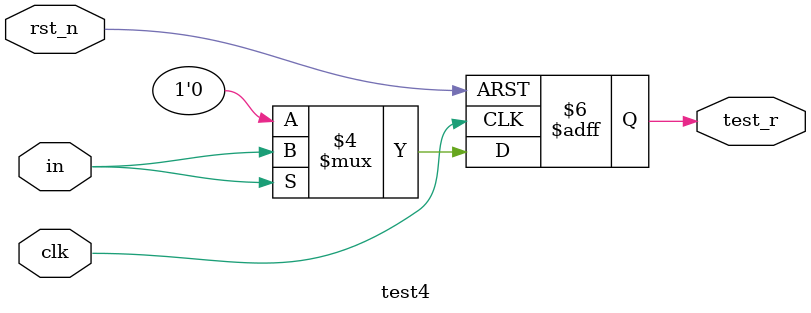
<source format=v>
module test4(
    input wire clk,
    input wire rst_n,
    input wire in,
    output reg test_r
    );

    always @(posedge clk or negedge rst_n) begin
        if (!rst_n) begin
            test_r <= 1'b0; // 异步复位时赋值0
        end
        else begin
            if(in)
                test_r <= in;
            else
                test_r<=0;
        end
    end


endmodule
</source>
